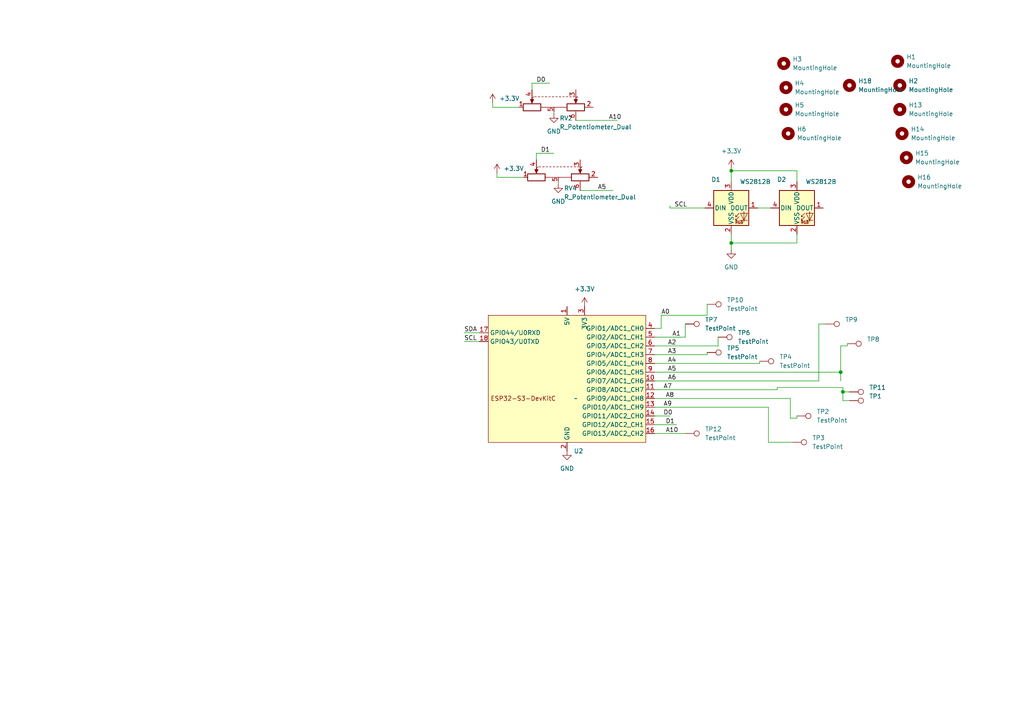
<source format=kicad_sch>
(kicad_sch (version 20231120) (generator "eeschema") (generator_version "8.0")
  (paper "A4")
  (lib_symbols
    (symbol "Connector:TestPoint" (pin_numbers hide) (pin_names (offset 0.762) hide)
      (property "Reference" "TP" (at 0 6.858 0))
      (property "Value" "TestPoint" (at 0 5.08 0))
      (symbol "TestPoint_0_1"
        (circle (center 0 3.302) (radius 0.762))
      )
      (symbol "TestPoint_1_1"
        (pin passive line (at 0 0 90) (length 2.54) (name "1") (number "1"))
      )
    )
    (symbol "Mechanical:MountingHole" (pin_names (offset 1.016))
      (property "Reference" "H" (at 0 5.08 0))
      (property "Value" "MountingHole" (at 0 3.175 0))
      (symbol "MountingHole_0_1"
        (circle (center 0 0) (radius 1.27) (stroke (width 1.27)))
      )
    )
    (symbol "hattwick:R_Potentiometer_Dual_Wheel" (pin_names (offset 1.016) hide)
      (property "Reference" "RV" (at 0 3.81 0))
      (property "Value" "R_Potentiometer_Dual" (at 0 1.905 0))
      (symbol "R_Potentiometer_Dual_Wheel_0_1"
        (rectangle (start -8.89 -1.524) (end -3.81 -3.556) (stroke (width 0.254)))
        (polyline (pts (xy -6.35 0) (xy -6.35 -1.016)))
        (polyline (pts (xy -6.35 0) (xy -6.35 -1.016)))
        (polyline (pts (xy -6.35 0) (xy -5.842 0.508)))
        (polyline (pts (xy -5.588 0.508) (xy -5.08 0.508)))
        (polyline (pts (xy -4.572 0.508) (xy -4.064 0.508)))
        (polyline (pts (xy -3.81 -2.54) (xy 3.81 -2.54)))
        (polyline (pts (xy -3.556 0.508) (xy -3.048 0.508)))
        (polyline (pts (xy -2.54 0.508) (xy -2.032 0.508)))
        (polyline (pts (xy -1.524 0.508) (xy -1.016 0.508)))
        (polyline (pts (xy -0.508 0.508) (xy 0 0.508)))
        (polyline (pts (xy 0.508 0.508) (xy 1.016 0.508)))
        (polyline (pts (xy 1.524 0.508) (xy 2.032 0.508)))
        (polyline (pts (xy 2.54 0.508) (xy 3.048 0.508)))
        (polyline (pts (xy 3.556 0.508) (xy 4.064 0.508)))
        (polyline (pts (xy 4.572 0.508) (xy 5.08 0.508)))
        (polyline (pts (xy 5.588 0.508) (xy 6.096 0.508)))
        (polyline (pts (xy 6.35 0) (xy 6.35 -1.016)))
        (polyline (pts (xy 6.35 0) (xy 6.35 -1.016)))
        (polyline (pts (xy 6.604 0.508) (xy 6.858 0.508) (xy 6.35 0)))
        (polyline (pts (xy -6.35 -1.397) (xy -6.858 -0.254) (xy -5.842 -0.254) (xy -6.35 -1.397)) (fill (type outline)))
        (polyline (pts (xy 6.35 -1.397) (xy 5.842 -0.254) (xy 6.858 -0.254) (xy 6.35 -1.397)) (fill (type outline)))
        (rectangle (start 3.81 -1.524) (end 8.89 -3.556) (stroke (width 0.254)))
      )
      (symbol "R_Potentiometer_Dual_Wheel_1_0"
        (pin passive line (at 6.35 -6.35 90) (length 2.54) (name "Shield") (number "6"))
      )
      (symbol "R_Potentiometer_Dual_Wheel_1_1"
        (pin passive line (at -10.16 -2.54 0) (length 1.27) (name "1A") (number "1"))
        (pin passive line (at 11.43 -2.54 180) (length 2.54) (name "2B") (number "2"))
        (pin passive line (at 6.35 2.54 270) (length 2.54) (name "2-Wiper") (number "3"))
        (pin passive line (at -6.35 2.54 270) (length 2.54) (name "1-Wiper") (number "4"))
        (pin passive line (at 0 -3.81 90) (length 1.27) (name "Common") (number "5"))
      )
    )
    (symbol "hattwick:WS2812B_THT_5MM" (pin_names (offset 0.254))
      (property "Reference" "D" (at 5.08 5.715 0))
      (property "Value" "WS2812B" (at 1.27 -5.715 0))
      (symbol "WS2812B_THT_5MM_0_0"
        (text "RGB" (at 2.286 -4.191 0) (effects (font (size 0.762 0.762))))
      )
      (symbol "WS2812B_THT_5MM_0_1"
        (rectangle (start -5.08 5.08) (end 5.08 -5.08) (stroke (width 0.254)) (fill (type background)))
        (polyline (pts (xy 1.27 -3.556) (xy 1.778 -3.556)))
        (polyline (pts (xy 1.27 -2.54) (xy 1.778 -2.54)))
        (polyline (pts (xy 4.699 -3.556) (xy 2.667 -3.556)))
        (polyline (pts (xy 2.286 -2.54) (xy 1.27 -3.556) (xy 1.27 -3.048)))
        (polyline (pts (xy 2.286 -1.524) (xy 1.27 -2.54) (xy 1.27 -2.032)))
        (polyline (pts (xy 3.683 -1.016) (xy 3.683 -3.556) (xy 3.683 -4.064)))
        (polyline (pts (xy 4.699 -1.524) (xy 2.667 -1.524) (xy 3.683 -3.556) (xy 4.699 -1.524)))
      )
      (symbol "WS2812B_THT_5MM_1_1"
        (pin output line (at 7.62 0 180) (length 2.54) (name "DOUT") (number "1"))
        (pin power_in line (at 0 -7.62 90) (length 2.54) (name "VSS") (number "2"))
        (pin power_in line (at 0 7.62 270) (length 2.54) (name "VDD") (number "3"))
        (pin input line (at -7.62 0 0) (length 2.54) (name "DIN") (number "4"))
      )
    )
    (symbol "hattwick:Wifiduino-ESP32S3"
      (property "Reference" "U" (at -22.86 46.99 0))
      (symbol "Wifiduino-ESP32S3_0_0"
        (text "ESP32-S3-DevKitC" (at -15.24 0 0) (effects (font (size 1.27 1.27))))
      )
      (symbol "Wifiduino-ESP32S3_0_1"
        (rectangle (start -25.4 24.13) (end 20.32 -12.7) (fill (type background)))
      )
      (symbol "Wifiduino-ESP32S3_1_0"
        (pin bidirectional line (at 22.86 -10.16 180) (length 2.54) (name "GPIO13/ADC2_CH2") (number "16"))
        (pin bidirectional line (at -27.94 19.05 0) (length 2.54) (name "GPIO44/U0RXD") (number "17"))
        (pin bidirectional line (at -27.94 16.51 0) (length 2.54) (name "GPIO43/U0TXD") (number "18"))
        (pin power_in line (at -2.54 -15.24 90) (length 2.54) (name "GND") (number "2"))
        (pin bidirectional line (at 22.86 20.32 180) (length 2.54) (name "GPIO1/ADC1_CH0") (number "4"))
        (pin bidirectional line (at 22.86 17.78 180) (length 2.54) (name "GPIO2/ADC1_CH1") (number "5"))
      )
      (symbol "Wifiduino-ESP32S3_1_1"
        (pin power_in line (at -2.54 26.67 270) (length 2.54) (name "5V") (number "1"))
        (pin bidirectional line (at 22.86 5.08 180) (length 2.54) (name "GPIO7/ADC1_CH6") (number "10"))
        (pin bidirectional line (at 22.86 2.54 180) (length 2.54) (name "GPIO8/ADC1_CH7") (number "11"))
        (pin bidirectional line (at 22.86 0 180) (length 2.54) (name "GPIO9/ADC1_CH8") (number "12"))
        (pin bidirectional line (at 22.86 -2.54 180) (length 2.54) (name "GPIO10/ADC1_CH9") (number "13"))
        (pin bidirectional line (at 22.86 -5.08 180) (length 2.54) (name "GPIO11/ADC2_CH0") (number "14"))
        (pin bidirectional line (at 22.86 -7.62 180) (length 2.54) (name "GPIO12/ADC2_CH1") (number "15"))
        (pin power_in line (at 2.54 26.67 270) (length 2.54) (name "3V3") (number "3"))
        (pin bidirectional line (at 22.86 15.24 180) (length 2.54) (name "GPIO3/ADC1_CH2") (number "6"))
        (pin bidirectional line (at 22.86 12.7 180) (length 2.54) (name "GPIO4/ADC1_CH3") (number "7"))
        (pin bidirectional line (at 22.86 10.16 180) (length 2.54) (name "GPIO5/ADC1_CH4") (number "8"))
        (pin bidirectional line (at 22.86 7.62 180) (length 2.54) (name "GPIO6/ADC1_CH5") (number "9"))
      )
    )
    (symbol "power:+3.3V" (power) (pin_names (offset 0))
      (property "Value" "+3.3V" (at 0 3.556 0))
      (symbol "+3.3V_0_1"
        (polyline (pts (xy -0.762 1.27) (xy 0 2.54)))
        (polyline (pts (xy 0 0) (xy 0 2.54)))
        (polyline (pts (xy 0 2.54) (xy 0.762 1.27)))
      )
      (symbol "+3.3V_1_1"
        (pin power_in line (at 0 0 90) (length 0) hide (name "+3.3V") (number "1"))
      )
    )
    (symbol "power:GND" (power) (pin_names (offset 0))
      (property "Value" "GND" (at 0 -3.81 0))
      (symbol "GND_0_1"
        (polyline (pts (xy 0 0) (xy 0 -1.27) (xy 1.27 -1.27) (xy 0 -2.54) (xy -1.27 -1.27) (xy 0 -1.27)))
      )
      (symbol "GND_1_1"
        (pin power_in line (at 0 0 270) (length 0) hide (name "GND") (number "1"))
      )
    )
  )
  (junction (at 212.09 49.53))
  (junction (at 212.09 70.485))
  (junction (at 243.84 107.95))
  (junction (at 244.475 113.665))
  (wire (pts (xy 220.345 104.775) (xy 220.345 105.41)))
  (wire (pts (xy 142.875 29.845) (xy 142.875 31.115)))
  (wire (pts (xy 189.865 120.65) (xy 194.31 120.65)))
  (wire (pts (xy 191.77 91.44) (xy 191.77 95.25)))
  (wire (pts (xy 189.865 107.95) (xy 243.84 107.95)))
  (wire (pts (xy 155.575 44.45) (xy 160.655 44.45)))
  (wire (pts (xy 244.475 116.205) (xy 244.475 113.665)))
  (wire (pts (xy 244.475 113.665) (xy 246.38 113.665)))
  (wire (pts (xy 229.87 128.27) (xy 222.885 128.27)))
  (wire (pts (xy 168.275 55.245) (xy 177.8 55.245)))
  (wire (pts (xy 191.77 95.25) (xy 189.865 95.25)))
  (wire (pts (xy 150.495 31.115) (xy 142.875 31.115)))
  (wire (pts (xy 208.28 100.33) (xy 189.865 100.33)))
  (wire (pts (xy 154.305 24.13) (xy 154.305 26.035)))
  (wire (pts (xy 246.38 116.205) (xy 244.475 116.205)))
  (wire (pts (xy 212.09 49.53) (xy 231.14 49.53)))
  (wire (pts (xy 134.62 99.06) (xy 139.065 99.06)))
  (wire (pts (xy 151.765 51.435) (xy 144.145 51.435)))
  (wire (pts (xy 244.475 112.395) (xy 244.475 113.665)))
  (wire (pts (xy 189.865 110.49) (xy 237.49 110.49)))
  (wire (pts (xy 231.14 120.65) (xy 231.14 121.285)))
  (wire (pts (xy 198.755 97.79) (xy 189.865 97.79)))
  (wire (pts (xy 134.62 96.52) (xy 139.065 96.52)))
  (wire (pts (xy 212.09 48.895) (xy 212.09 49.53)))
  (wire (pts (xy 208.28 97.79) (xy 208.28 100.33)))
  (wire (pts (xy 160.655 32.385) (xy 160.655 33.02)))
  (wire (pts (xy 243.84 100.33) (xy 243.84 107.95)))
  (wire (pts (xy 245.745 100.33) (xy 243.84 100.33)))
  (wire (pts (xy 205.105 91.44) (xy 191.77 91.44)))
  (wire (pts (xy 212.09 70.485) (xy 231.14 70.485)))
  (wire (pts (xy 144.145 50.165) (xy 144.145 51.435)))
  (wire (pts (xy 219.71 60.325) (xy 223.52 60.325)))
  (wire (pts (xy 229.235 121.285) (xy 229.235 115.57)))
  (wire (pts (xy 167.005 34.925) (xy 179.07 34.925)))
  (wire (pts (xy 212.09 70.485) (xy 212.09 72.39)))
  (wire (pts (xy 189.865 125.73) (xy 198.755 125.73)))
  (wire (pts (xy 243.84 107.95) (xy 243.84 110.49)))
  (wire (pts (xy 231.14 67.945) (xy 231.14 70.485)))
  (wire (pts (xy 222.885 128.27) (xy 222.885 118.11)))
  (wire (pts (xy 231.14 121.285) (xy 229.235 121.285)))
  (wire (pts (xy 231.14 52.705) (xy 231.14 49.53)))
  (wire (pts (xy 155.575 44.45) (xy 155.575 46.355)))
  (wire (pts (xy 205.105 102.235) (xy 205.105 102.87)))
  (wire (pts (xy 212.09 67.945) (xy 212.09 70.485)))
  (wire (pts (xy 237.49 93.98) (xy 237.49 110.49)))
  (wire (pts (xy 225.425 112.395) (xy 225.425 113.03)))
  (wire (pts (xy 222.885 118.11) (xy 189.865 118.11)))
  (wire (pts (xy 229.235 115.57) (xy 189.865 115.57)))
  (wire (pts (xy 225.425 113.03) (xy 189.865 113.03)))
  (wire (pts (xy 205.105 88.265) (xy 205.105 91.44)))
  (wire (pts (xy 205.105 102.87) (xy 189.865 102.87)))
  (wire (pts (xy 194.31 59.69) (xy 194.31 60.325)))
  (wire (pts (xy 189.865 123.19) (xy 196.215 123.19)))
  (wire (pts (xy 198.755 93.98) (xy 198.755 97.79)))
  (wire (pts (xy 154.305 24.13) (xy 159.385 24.13)))
  (wire (pts (xy 225.425 112.395) (xy 244.475 112.395)))
  (wire (pts (xy 239.395 93.98) (xy 237.49 93.98)))
  (wire (pts (xy 212.09 49.53) (xy 212.09 52.705)))
  (wire (pts (xy 161.925 52.705) (xy 161.925 53.34)))
  (wire (pts (xy 204.47 60.325) (xy 194.31 60.325)))
  (wire (pts (xy 220.345 105.41) (xy 189.865 105.41)))
  (wire (pts (xy 245.745 99.695) (xy 245.745 100.33)))
  (label "A9" (at 192.405 118.11 0))
  (label "A4" (at 193.675 105.41 0))
  (label "D0" (at 155.575 24.13 0))
  (label "D1" (at 156.845 44.45 0))
  (label "SCL" (at 134.62 99.06 0))
  (label "A2" (at 193.675 100.33 0))
  (label "A0" (at 191.77 91.44 0))
  (label "A3" (at 193.675 102.87 0))
  (label "SDA" (at 134.62 96.52 0))
  (label "A10" (at 176.53 34.925 0))
  (label "A10" (at 193.04 125.73 0))
  (label "A5" (at 173.355 55.245 0))
  (label "SCL" (at 195.58 60.325 0))
  (label "A8" (at 193.04 115.57 0))
  (label "A7" (at 192.405 113.03 0))
  (label "D1" (at 193.04 123.19 0))
  (label "D0" (at 192.405 120.65 0))
  (label "A6" (at 193.675 110.49 0))
  (label "A5" (at 193.675 107.95 0))
  (label "A1" (at 194.945 97.79 0))
  (symbol (lib_id "Connector:TestPoint") (at 208.28 97.79 270) (unit 1)
    (property "Reference" "TP6" (at 213.995 96.52 90) (effects (justify left)))
    (property "Value" "TestPoint" (at 213.995 99.06 90) (effects (justify left)))
    (property "Footprint" "ih_kicad:recorder-touchpad" (effects (hide yes)))
  )
  (symbol (lib_id "Connector:TestPoint") (at 198.755 125.73 270) (unit 1)
    (property "Reference" "TP12" (at 204.47 124.46 90) (effects (justify left)))
    (property "Value" "TestPoint" (at 204.47 127 90) (effects (justify left)))
    (property "Footprint" "ih_kicad:recorder-touchpad-alt-up" (effects (hide yes)))
  )
  (symbol (lib_id "hattwick:R_Potentiometer_Dual_Wheel") (at 160.655 28.575 0) (unit 1)
    (property "Reference" "RV2" (at 162.3061 34.29 0) (effects (justify left)))
    (property "Value" "R_Potentiometer_Dual" (at 162.3061 36.83 0) (effects (justify left)))
    (property "Footprint" "ih_kicad:potentiometer_wheel_10mm_SMD-shield" (effects (hide yes)))
  )
  (symbol (lib_id "power:GND") (at 161.925 53.34 0) (unit 1)
    (property "Reference" "#PWR08" (effects (hide yes)))
    (property "Value" "GND" (at 161.925 58.42 0))
  )
  (symbol (lib_id "Mechanical:MountingHole") (at 227.33 18.415 0) (unit 1)
    (property "Reference" "H3" (at 229.87 17.145 0) (effects (justify left)))
    (property "Value" "MountingHole" (at 229.87 19.685 0) (effects (justify left)))
    (property "Footprint" "MountingHole:MountingHole_3.2mm_M3_ISO14580" (effects (hide yes)))
  )
  (symbol (lib_id "power:GND") (at 212.09 72.39 0) (unit 1)
    (property "Reference" "#PWR04" (effects (hide yes)))
    (property "Value" "GND" (at 212.09 77.47 0))
  )
  (symbol (lib_id "Connector:TestPoint") (at 231.14 120.65 270) (unit 1)
    (property "Reference" "TP2" (at 236.855 119.38 90) (effects (justify left)))
    (property "Value" "TestPoint" (at 236.855 121.92 90) (effects (justify left)))
    (property "Footprint" "ih_kicad:recorder-touchpad" (effects (hide yes)))
  )
  (symbol (lib_id "hattwick:WS2812B_THT_5MM") (at 212.09 60.325 0) (unit 1)
    (property "Reference" "D1" (at 207.645 52.07 0))
    (property "Value" "WS2812B" (at 219.075 52.705 0))
    (property "Footprint" "LED_THT:LED_D5.0mm-4_RGB_Wide_Pins" (effects (hide yes)))
    (property "Datasheet" "https://cdn-shop.adafruit.com/datasheets/WS2812B.pdf" (effects (hide yes)))
  )
  (symbol (lib_id "Connector:TestPoint") (at 229.87 128.27 270) (unit 1)
    (property "Reference" "TP3" (at 235.585 127 90) (effects (justify left)))
    (property "Value" "TestPoint" (at 235.585 129.54 90) (effects (justify left)))
    (property "Footprint" "ih_kicad:recorder-touchpad" (effects (hide yes)))
  )
  (symbol (lib_id "Mechanical:MountingHole") (at 227.965 31.75 0) (unit 1)
    (property "Reference" "H5" (at 230.505 30.48 0) (effects (justify left)))
    (property "Value" "MountingHole" (at 230.505 33.02 0) (effects (justify left)))
    (property "Footprint" "MountingHole:MountingHole_3.2mm_M3_ISO14580" (effects (hide yes)))
  )
  (symbol (lib_id "Mechanical:MountingHole") (at 246.38 24.765 0) (unit 1)
    (property "Reference" "H18" (at 248.92 23.495 0) (effects (justify left)))
    (property "Value" "MountingHole" (at 248.92 26.035 0) (effects (justify left)))
    (property "Footprint" "MountingHole:MountingHole_4.5mm" (effects (hide yes)))
  )
  (symbol (lib_id "power:GND") (at 160.655 33.02 0) (unit 1)
    (property "Reference" "#PWR05" (effects (hide yes)))
    (property "Value" "GND" (at 160.655 38.1 0))
  )
  (symbol (lib_id "hattwick:R_Potentiometer_Dual_Wheel") (at 161.925 48.895 0) (unit 1)
    (property "Reference" "RV4" (at 163.5761 54.61 0) (effects (justify left)))
    (property "Value" "R_Potentiometer_Dual" (at 163.5761 57.15 0) (effects (justify left)))
    (property "Footprint" "ih_kicad:potentiometer_wheel_10mm_SMD-shield" (effects (hide yes)))
  )
  (symbol (lib_id "Mechanical:MountingHole") (at 227.965 25.4 0) (unit 1)
    (property "Reference" "H4" (at 230.505 24.13 0) (effects (justify left)))
    (property "Value" "MountingHole" (at 230.505 26.67 0) (effects (justify left)))
    (property "Footprint" "MountingHole:MountingHole_3.2mm_M3_ISO14580" (effects (hide yes)))
  )
  (symbol (lib_id "power:+3.3V") (at 144.145 50.165 0) (unit 1)
    (property "Reference" "#PWR07" (effects (hide yes)))
    (property "Value" "+3.3V" (at 146.05 48.895 0) (effects (justify left)))
  )
  (symbol (lib_id "hattwick:WS2812B_THT_5MM") (at 231.14 60.325 0) (unit 1)
    (property "Reference" "D2" (at 226.695 52.07 0))
    (property "Value" "WS2812B" (at 238.125 52.705 0))
    (property "Footprint" "LED_THT:LED_D5.0mm-4_RGB_Wide_Pins" (effects (hide yes)))
    (property "Datasheet" "https://cdn-shop.adafruit.com/datasheets/WS2812B.pdf" (effects (hide yes)))
  )
  (symbol (lib_id "Mechanical:MountingHole") (at 260.985 24.765 0) (unit 1)
    (property "Reference" "H2" (at 263.525 23.495 0) (effects (justify left)))
    (property "Value" "MountingHole" (at 263.525 26.035 0) (effects (justify left)))
    (property "Footprint" "MountingHole:MountingHole_4.5mm" (effects (hide yes)))
  )
  (symbol (lib_id "Connector:TestPoint") (at 246.38 116.205 270) (unit 1)
    (property "Reference" "TP1" (at 252.095 114.935 90) (effects (justify left)))
    (property "Value" "TestPoint" (effects (hide yes)))
    (property "Footprint" "ih_kicad:recorder-touchpad" (effects (hide yes)))
  )
  (symbol (lib_id "Mechanical:MountingHole") (at 263.525 52.705 0) (unit 1)
    (property "Reference" "H16" (at 266.065 51.435 0) (effects (justify left)))
    (property "Value" "MountingHole" (at 266.065 53.975 0) (effects (justify left)))
    (property "Footprint" "MountingHole:MountingHole_4.5mm" (effects (hide yes)))
  )
  (symbol (lib_id "hattwick:Wifiduino-ESP32S3") (at 167.005 115.57 0) (unit 1)
    (property "Reference" "U2" (at 166.4209 130.81 0) (effects (justify left)))
    (property "Value" "~" (at 167.005 115.57 0))
    (property "Footprint" "ih_kicad:Wifiduino-ESP32S3-SMD" (effects (hide yes)))
  )
  (symbol (lib_id "Connector:TestPoint") (at 220.345 104.775 270) (unit 1)
    (property "Reference" "TP4" (at 226.06 103.505 90) (effects (justify left)))
    (property "Value" "TestPoint" (at 226.06 106.045 90) (effects (justify left)))
    (property "Footprint" "ih_kicad:recorder-touchpad" (effects (hide yes)))
  )
  (symbol (lib_id "power:+3.3V") (at 169.545 88.9 0) (unit 1)
    (property "Reference" "#PWR02" (effects (hide yes)))
    (property "Value" "+3.3V" (at 169.545 83.82 0))
  )
  (symbol (lib_id "Connector:TestPoint") (at 245.745 99.695 270) (unit 1)
    (property "Reference" "TP8" (at 251.46 98.425 90) (effects (justify left)))
    (property "Value" "TestPoint" (effects (hide yes)))
    (property "Footprint" "ih_kicad:recorder-touchpad-alt-up" (effects (hide yes)))
  )
  (symbol (lib_id "Connector:TestPoint") (at 239.395 93.98 270) (unit 1)
    (property "Reference" "TP9" (at 245.11 92.71 90) (effects (justify left)))
    (property "Value" "TestPoint" (effects (hide yes)))
    (property "Footprint" "ih_kicad:recorder-touchtrack_120mm" (effects (hide yes)))
  )
  (symbol (lib_id "power:GND") (at 164.465 130.81 0) (unit 1)
    (property "Reference" "#PWR01" (effects (hide yes)))
    (property "Value" "GND" (at 164.465 135.89 0))
  )
  (symbol (lib_id "Mechanical:MountingHole") (at 261.62 38.735 0) (unit 1)
    (property "Reference" "H14" (at 264.16 37.465 0) (effects (justify left)))
    (property "Value" "MountingHole" (at 264.16 40.005 0) (effects (justify left)))
    (property "Footprint" "MountingHole:MountingHole_4.5mm" (effects (hide yes)))
  )
  (symbol (lib_id "Connector:TestPoint") (at 198.755 93.98 270) (unit 1)
    (property "Reference" "TP7" (at 204.47 92.71 90) (effects (justify left)))
    (property "Value" "TestPoint" (at 204.47 95.25 90) (effects (justify left)))
    (property "Footprint" "ih_kicad:recorder-touchpad" (effects (hide yes)))
  )
  (symbol (lib_id "Mechanical:MountingHole") (at 260.985 31.75 0) (unit 1)
    (property "Reference" "H13" (at 263.525 30.48 0) (effects (justify left)))
    (property "Value" "MountingHole" (at 263.525 33.02 0) (effects (justify left)))
    (property "Footprint" "MountingHole:MountingHole_4.5mm" (effects (hide yes)))
  )
  (symbol (lib_id "power:+3.3V") (at 142.875 29.845 0) (unit 1)
    (property "Reference" "#PWR06" (effects (hide yes)))
    (property "Value" "+3.3V" (at 144.78 28.575 0) (effects (justify left)))
  )
  (symbol (lib_id "Mechanical:MountingHole") (at 260.35 17.78 0) (unit 1)
    (property "Reference" "H1" (at 262.89 16.51 0) (effects (justify left)))
    (property "Value" "MountingHole" (at 262.89 19.05 0) (effects (justify left)))
    (property "Footprint" "MountingHole:MountingHole_4.5mm" (effects (hide yes)))
  )
  (symbol (lib_id "Connector:TestPoint") (at 205.105 88.265 270) (unit 1)
    (property "Reference" "TP10" (at 210.82 86.995 90) (effects (justify left)))
    (property "Value" "TestPoint" (at 210.82 89.535 90) (effects (justify left)))
    (property "Footprint" "ih_kicad:recorder-touchpad" (effects (hide yes)))
  )
  (symbol (lib_id "Mechanical:MountingHole") (at 262.89 45.72 0) (unit 1)
    (property "Reference" "H15" (at 265.43 44.45 0) (effects (justify left)))
    (property "Value" "MountingHole" (at 265.43 46.99 0) (effects (justify left)))
    (property "Footprint" "MountingHole:MountingHole_4.5mm" (effects (hide yes)))
  )
  (symbol (lib_id "power:+3.3V") (at 212.09 48.895 0) (unit 1)
    (property "Reference" "#PWR03" (effects (hide yes)))
    (property "Value" "+3.3V" (at 212.09 43.815 0))
  )
  (symbol (lib_id "Connector:TestPoint") (at 205.105 102.235 270) (unit 1)
    (property "Reference" "TP5" (at 210.82 100.965 90) (effects (justify left)))
    (property "Value" "TestPoint" (at 210.82 103.505 90) (effects (justify left)))
    (property "Footprint" "ih_kicad:recorder-touchpad" (effects (hide yes)))
  )
  (symbol (lib_id "Connector:TestPoint") (at 246.38 113.665 270) (unit 1)
    (property "Reference" "TP11" (at 252.095 112.395 90) (effects (justify left)))
    (property "Value" "TestPoint" (effects (hide yes)))
    (property "Footprint" "ih_kicad:recorder-touchpad-narrow" (effects (hide yes)))
  )
  (symbol (lib_id "Mechanical:MountingHole") (at 228.6 38.735 0) (unit 1)
    (property "Reference" "H6" (at 231.14 37.465 0) (effects (justify left)))
    (property "Value" "MountingHole" (at 231.14 40.005 0) (effects (justify left)))
    (property "Footprint" "MountingHole:MountingHole_3.2mm_M3_ISO14580" (effects (hide yes)))
  )
)
</source>
